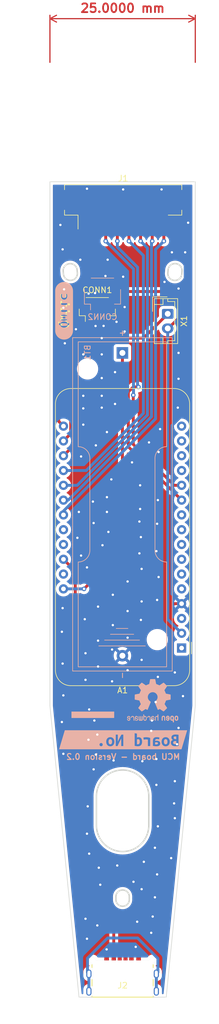
<source format=kicad_pcb>
(kicad_pcb (version 20211014) (generator pcbnew)
  (layers (0 "F.Cu" signal) (31 "B.Cu" signal) (34 "B.Paste" user) (35 "F.Paste" user) (36 "B.SilkS" user "B.Silkscreen") (37 "F.SilkS" user "F.Silkscreen") (38 "B.Mask" user) (39 "F.Mask" user) (44 "Edge.Cuts" user))
  (net 0 "")
  (net 3 "3.3V")
  (net 14 "GND")
  (net 15 "Net-(A1-Pad18)")
  (net 19 "Net-(A1-Pad17)")
  (net 20 "Net-(A1-Pad19)")
  (net 21 "Net-(A1-Pad28)")
  (net 22 "Net-(A1-Pad11)")
  (net 23 "Net-(A1-Pad12)")
  (net 24 "Net-(A1-Pad20)")
  (net 25 "Net-(A1-Pad21)")
  (net 26 "Net-(A1-Pad22)")
  (net 27 "Net-(A1-Pad23)")
  (net 28 "Net-(A1-Pad26)")
  (net 29 "Net-(J2-PadS1)")
  (footprint "Connector_JST:JST_EH_B2B-EH-A_1x02_P2.50mm_Vertical" (layer "F.Cu") (at 118.41 57.678 -90)
    (fp_text reference "X1" (at 1.25 -2.8 -270) (layer "F.SilkS"))
    (fp_text value "CON_JST_PH_2PIN_MTPH2")
    (pad "1" thru_hole roundrect (at 0 0 270) (size 1.7 2) (drill 1) (layers *.Cu *.Mask) (roundrect_rratio 0.1470588235) (net 20 "Net-(A1-Pad19)"))
    (pad "2" thru_hole oval (at 2.5 0 270) (size 1.7 2) (drill 1) (layers *.Cu *.Mask) (net 3 "3.3V"))
  )
  (footprint "Connector_JST:JST_SH_BM04B-SRSS-TB_1x04-1MP_P1.00mm_Vertical" (layer "F.Cu") (at 106.299 56.896)
    (fp_text reference "CONN1" (at 0 -3.3) (layer "F.SilkS"))
    (fp_text value "STEMMA_I2C_QT")
    (pad "1" smd roundrect (at -1.5 1.325) (size 0.6 1.55) (layers "F.Cu" "F.Paste" "F.Mask") (net 14 "GND"))
    (pad "2" smd roundrect (at -0.5 1.325) (size 0.6 1.55) (layers "F.Cu" "F.Paste" "F.Mask") (net 3 "3.3V"))
    (pad "3" smd roundrect (at 0.5 1.325) (size 0.6 1.55) (layers "F.Cu" "F.Paste" "F.Mask") (net 19 "Net-(A1-Pad17)"))
    (pad "4" smd roundrect (at 1.5 1.325) (size 0.6 1.55) (layers "F.Cu" "F.Paste" "F.Mask") (net 15 "Net-(A1-Pad18)"))
    (pad "MP" smd roundrect (at 2.8 -1.2) (size 1.2 1.8) (layers "F.Cu" "F.Paste" "F.Mask") (roundrect_rratio 0.2083333333))
    (pad "MP" smd roundrect (at -2.8 -1.2) (size 1.2 1.8) (layers "F.Cu" "F.Paste" "F.Mask") (roundrect_rratio 0.2083333333))
  )
  (footprint "Module:Adafruit_Feather" (layer "F.Cu") (at 120.7965 115.062 180)
    (fp_text reference "A1" (at 10.1525 -7.25) (layer "F.SilkS"))
    (fp_text value "Adafruit_Feather_HUZZAH32_ESP32")
    (pad "1" thru_hole rect (at 0 0) (size 1.6 1.6) (drill 0.8) (layers *.Cu *.Mask))
    (pad "2" thru_hole circle (at 0 2.54) (size 1.6 1.6) (drill 0.8) (layers *.Cu *.Mask) (net 3 "3.3V"))
    (pad "3" thru_hole circle (at 0 5.08) (size 1.6 1.6) (drill 0.8) (layers *.Cu *.Mask))
    (pad "4" thru_hole circle (at 0 7.62) (size 1.6 1.6) (drill 0.8) (layers *.Cu *.Mask) (net 14 "GND"))
    (pad "5" thru_hole circle (at 0 10.16) (size 1.6 1.6) (drill 0.8) (layers *.Cu *.Mask))
    (pad "6" thru_hole circle (at 0 12.7) (size 1.6 1.6) (drill 0.8) (layers *.Cu *.Mask))
    (pad "7" thru_hole circle (at 0 15.24) (size 1.6 1.6) (drill 0.8) (layers *.Cu *.Mask))
    (pad "8" thru_hole circle (at 0 17.78) (size 1.6 1.6) (drill 0.8) (layers *.Cu *.Mask))
    (pad "9" thru_hole circle (at 0 20.32) (size 1.6 1.6) (drill 0.8) (layers *.Cu *.Mask))
    (pad "10" thru_hole circle (at 0 22.86) (size 1.6 1.6) (drill 0.8) (layers *.Cu *.Mask))
    (pad "11" thru_hole circle (at 0 25.4) (size 1.6 1.6) (drill 0.8) (layers *.Cu *.Mask) (net 22 "Net-(A1-Pad11)"))
    (pad "12" thru_hole circle (at 0 27.94) (size 1.6 1.6) (drill 0.8) (layers *.Cu *.Mask) (net 23 "Net-(A1-Pad12)"))
    (pad "13" thru_hole circle (at 0 30.48) (size 1.6 1.6) (drill 0.8) (layers *.Cu *.Mask))
    (pad "14" thru_hole circle (at 0 33.02) (size 1.6 1.6) (drill 0.8) (layers *.Cu *.Mask))
    (pad "15" thru_hole circle (at 0 35.56) (size 1.6 1.6) (drill 0.8) (layers *.Cu *.Mask))
    (pad "16" thru_hole circle (at 0 38.1) (size 1.6 1.6) (drill 0.8) (layers *.Cu *.Mask))
    (pad "17" thru_hole circle (at 20.32 38.1) (size 1.6 1.6) (drill 0.8) (layers *.Cu *.Mask) (net 19 "Net-(A1-Pad17)"))
    (pad "18" thru_hole circle (at 20.32 35.56) (size 1.6 1.6) (drill 0.8) (layers *.Cu *.Mask) (net 15 "Net-(A1-Pad18)"))
    (pad "19" thru_hole circle (at 20.32 33.02) (size 1.6 1.6) (drill 0.8) (layers *.Cu *.Mask) (net 20 "Net-(A1-Pad19)"))
    (pad "20" thru_hole circle (at 20.32 30.48) (size 1.6 1.6) (drill 0.8) (layers *.Cu *.Mask) (net 24 "Net-(A1-Pad20)"))
    (pad "21" thru_hole circle (at 20.32 27.94) (size 1.6 1.6) (drill 0.8) (layers *.Cu *.Mask) (net 25 "Net-(A1-Pad21)"))
    (pad "22" thru_hole circle (at 20.32 25.4) (size 1.6 1.6) (drill 0.8) (layers *.Cu *.Mask) (net 26 "Net-(A1-Pad22)"))
    (pad "23" thru_hole circle (at 20.32 22.86) (size 1.6 1.6) (drill 0.8) (layers *.Cu *.Mask) (net 27 "Net-(A1-Pad23)"))
    (pad "24" thru_hole circle (at 20.32 20.32) (size 1.6 1.6) (drill 0.8) (layers *.Cu *.Mask))
    (pad "25" thru_hole circle (at 20.32 17.78) (size 1.6 1.6) (drill 0.8) (layers *.Cu *.Mask))
    (pad "26" thru_hole circle (at 20.32 15.24) (size 1.6 1.6) (drill 0.8) (layers *.Cu *.Mask) (net 28 "Net-(A1-Pad26)"))
    (pad "27" thru_hole circle (at 20.32 12.7) (size 1.6 1.6) (drill 0.8) (layers *.Cu *.Mask))
    (pad "28" thru_hole circle (at 20.32 10.16) (size 1.6 1.6) (drill 0.8) (layers *.Cu *.Mask) (net 21 "Net-(A1-Pad28)"))
  )
  (footprint "kibuzzard-63988507" (layer "F.Cu") (at 100.584 57.15 90)
    (fp_text reference "kibuzzard-63988507" hide)
    (fp_text value "G***" hide)
  )
  (footprint "USB4715-GF-A_REVA:GCT_USB4715-GF-A_REVA" (layer "F.Cu") (at 110.65 173)
    (fp_text reference "J2" (at 0 0) (layer "F.SilkS"))
    (fp_text value "USB4715-GF-A_REVA")
    (fp_line (start -4.40838 -4.3) (end 4.40838 -4.3) (layer "Edge.Cuts") (width 0.01))
    (fp_line (start 5.15 2) (end 5.15 -3.55838) (layer "Edge.Cuts") (width 0.01))
    (fp_line (start -5.15 -3.55838) (end -5.15 2) (layer "Edge.Cuts") (width 0.01))
    (fp_arc (start -5.3375 -3.83649) (mid -5.50355 -4.653551) (end -4.68649 -4.487499) (layer "Edge.Cuts") (width 0.01))
    (fp_arc (start -4.40838 -4.29999) (mid -4.576088 -4.351247) (end -4.68649 -4.4875) (layer "Edge.Cuts") (width 0.01))
    (fp_arc (start 4.68649 -4.4875) (mid 4.576085 -4.351259) (end 4.40838 -4.3) (layer "Edge.Cuts") (width 0.01))
    (fp_arc (start -5.3375 -3.83649) (mid -5.201253 -3.726086) (end -5.15 -3.55838) (layer "Edge.Cuts") (width 0.01))
    (fp_arc (start 5.14999 -3.55838) (mid 5.201248 -3.726089) (end 5.3375 -3.83649) (layer "Edge.Cuts") (width 0.01))
    (fp_arc (start 4.68649 -4.4875) (mid 5.503775 -4.653774) (end 5.337499 -3.83649) (layer "Edge.Cuts") (width 0.01))
    (pad "A5" smd rect (at -0.5 -4.825) (size 0.7 1.05) (layers "F.Cu" "F.Paste" "F.Mask"))
    (pad "A9" smd rect (at 1.52 -4.825) (size 0.76 1.05) (layers "F.Cu" "F.Paste" "F.Mask") (net 28 "Net-(A1-Pad26)"))
    (pad "A12" smd rect (at 2.75 -4.825) (size 0.8 1.05) (layers "F.Cu" "F.Paste" "F.Mask") (net 14 "GND"))
    (pad "B5" smd rect (at 0.5 -4.825) (size 0.7 1.05) (layers "F.Cu" "F.Paste" "F.Mask"))
    (pad "B9" smd rect (at -1.52 -4.825) (size 0.76 1.05) (layers "F.Cu" "F.Paste" "F.Mask") (net 28 "Net-(A1-Pad26)"))
    (pad "B12" smd rect (at -2.75 -4.825) (size 0.8 1.05) (layers "F.Cu" "F.Paste" "F.Mask") (net 14 "GND"))
    (pad "S1" thru_hole oval (at -5.8 1) (size 0.9 1.5) (drill oval 0.5 1.1) (layers *.Cu *.Mask) (net 29 "Net-(J2-PadS1)"))
    (pad "S2" thru_hole oval (at 5.8 1) (size 0.9 1.5) (drill oval 0.5 1.1) (layers *.Cu *.Mask) (net 29 "Net-(J2-PadS1)"))
    (pad "S3" thru_hole oval (at -5.8 -2) (size 0.9 1.5) (drill oval 0.5 1.1) (layers *.Cu *.Mask) (net 29 "Net-(J2-PadS1)"))
    (pad "S4" thru_hole oval (at 5.8 -2) (size 0.9 1.5) (drill oval 0.5 1.1) (layers *.Cu *.Mask) (net 29 "Net-(J2-PadS1)"))
  )
  (footprint "Connector_JST:JST_PH_B8B-PH-SM4-TB_1x08-1MP_P2.00mm_Vertical" (layer "F.Cu") (at 110.744 39.87)
    (fp_text reference "J1" (at 0 -5.45) (layer "F.SilkS"))
    (fp_text value "Conn_01x08_MountingPin")
    (pad "1" smd roundrect (at -7 0.5) (size 1 5.5) (layers "F.Cu" "F.Paste" "F.Mask") (net 3 "3.3V"))
    (pad "2" smd roundrect (at -5 0.5) (size 1 5.5) (layers "F.Cu" "F.Paste" "F.Mask") (net 14 "GND"))
    (pad "3" smd roundrect (at -3 0.5) (size 1 5.5) (layers "F.Cu" "F.Paste" "F.Mask") (net 23 "Net-(A1-Pad12)"))
    (pad "4" smd roundrect (at -1 0.5) (size 1 5.5) (layers "F.Cu" "F.Paste" "F.Mask") (net 22 "Net-(A1-Pad11)"))
    (pad "5" smd roundrect (at 1 0.5) (size 1 5.5) (layers "F.Cu" "F.Paste" "F.Mask") (net 24 "Net-(A1-Pad20)"))
    (pad "6" smd roundrect (at 3 0.5) (size 1 5.5) (layers "F.Cu" "F.Paste" "F.Mask") (net 25 "Net-(A1-Pad21)"))
    (pad "7" smd roundrect (at 5 0.5) (size 1 5.5) (layers "F.Cu" "F.Paste" "F.Mask") (net 26 "Net-(A1-Pad22)"))
    (pad "8" smd roundrect (at 7 0.5) (size 1 5.5) (layers "F.Cu" "F.Paste" "F.Mask") (net 27 "Net-(A1-Pad23)"))
    (pad "MP" smd roundrect (at -9.4 -1.75) (size 1.6 3) (layers "F.Cu" "F.Paste" "F.Mask") (roundrect_rratio 0.15625) (net 14 "GND"))
    (pad "MP" smd roundrect (at 9.4 -1.75) (size 1.6 3) (layers "F.Cu" "F.Paste" "F.Mask") (roundrect_rratio 0.15625) (net 14 "GND"))
  )
  (footprint "kibuzzard-639881D9" (layer "B.Cu") (at 110.744 130.81 180)
    (fp_text reference "kibuzzard-639881D9" hide)
    (fp_text value "G***" hide)
  )
  (footprint "Symbol:OSHW-Logo2_9.8x8mm_SilkScreen" (layer "B.Cu") (at 115.824 124.107247 180)
    (fp_text reference "OSH logo" hide)
    (fp_text value "OSHW-Logo2_9.8x8mm_SilkScreen" hide)
  )
  (footprint "Connector_JST:JST_SH_SM04B-SRSS-TB_1x04-1MP_P1.00mm_Horizontal" (layer "B.Cu") (at 107.188 54.229)
    (fp_text reference "CONN2" (at 0 3.98) (layer "B.SilkS") (effects (justify mirror)))
    (fp_text value "STEMMA_I2C_QT")
    (pad "1" smd roundrect (at -1.5 2) (size 0.6 1.55) (layers "B.Cu" "B.Paste" "B.Mask") (net 14 "GND"))
    (pad "2" smd roundrect (at -0.5 2) (size 0.6 1.55) (layers "B.Cu" "B.Paste" "B.Mask") (net 3 "3.3V"))
    (pad "3" smd roundrect (at 0.5 2) (size 0.6 1.55) (layers "B.Cu" "B.Paste" "B.Mask") (net 19 "Net-(A1-Pad17)"))
    (pad "4" smd roundrect (at 1.5 2) (size 0.6 1.55) (layers "B.Cu" "B.Paste" "B.Mask") (net 15 "Net-(A1-Pad18)"))
    (pad "MP" smd roundrect (at -2.8 -1.875) (size 1.2 1.8) (layers "B.Cu" "B.Paste" "B.Mask") (roundrect_rratio 0.208333))
    (pad "MP" smd roundrect (at 2.8 -1.875) (size 1.2 1.8) (layers "B.Cu" "B.Paste" "B.Mask") (roundrect_rratio 0.208333))
  )
  (footprint "Symbol:PlasticScannerLogo" (layer "B.Cu") (at 105.537 124.206 180)
    (fp_text reference "PlasticScannerLogo" hide)
    (fp_text value "PlasticScannerLogo" hide)
    (fp_poly (pts (xy 3.44072 3.035165) (xy 3.446473 3.003007) (xy 3.454195 2.949079) (xy 3.463917 2.873109) (xy 3.475671 2.774825) (xy 3.48949 2.653953) (xy 3.505404 2.510223) (xy 3.523447 2.343361) (xy 3.54365 2.153096) (xy 3.560383 1.993489) (xy 3.576657 1.837264) (xy 3.592155 1.687995) (xy 3.606702 1.547388) (xy 3.620123 1.417146) (xy 3.632246 1.298976) (xy 3.642896 1.194581) (xy 3.6519 1.105667) (xy 3.659082 1.033939) (xy 3.66427 0.981102) (xy 3.667288 0.94886) (xy 3.668004 0.938856) (xy 3.657559 0.944153) (xy 3.629043 0.960255) (xy 3.584987 0.98569) (xy 3.527922 1.018985) (xy 3.460381 1.058665) (xy 3.384894 1.103259) (xy 3.354327 1.12138) (xy 3.275911 1.16769) (xy 3.203931 1.209778) (xy 3.141025 1.246135) (xy 3.089828 1.275253) (xy 3.052979 1.295622) (xy 3.033113 1.305735) (xy 3.030613 1.306575) (xy 3.019274 1.296967) (xy 3.000912 1.27134) (xy 2.979342 1.23507) (xy 2.977653 1.231983) (xy 2.912528 1.11484) (xy 2.836405 0.982532) (xy 2.750945 0.837671) (xy 2.657808 0.682867) (xy 2.558653 0.520732) (xy 2.45514 0.353875) (xy 2.348929 0.184908) (xy 2.241681 0.016442) (xy 2.135054 -0.148913) (xy 2.030709 -0.308546) (xy 1.930305 -0.459846) (xy 1.835502 -0.600202) (xy 1.747961 -0.727004) (xy 1.669341 -0.837641) (xy 1.614803 -0.911667) (xy 1.473197 -1.088396) (xy 1.331118 -1.242082) (xy 1.187149 -1.373644) (xy 1.039873 -1.484006) (xy 0.887872 -1.574089) (xy 0.729729 -1.644815) (xy 0.564026 -1.697105) (xy 0.389348 -1.731882) (xy 0.344535 -1.737896) (xy 0.274607 -1.743965) (xy 0.188213 -1.747714) (xy 0.092758 -1.749143) (xy -0.004349 -1.74825) (xy -0.095705 -1.745037) (xy -0.173901 -1.739502) (xy -0.189129 -1.737914) (xy -0.40661 -1.703635) (xy -0.609669 -1.650881) (xy -0.800171 -1.578785) (xy -0.979985 -1.486476) (xy -1.150976 -1.373086) (xy -1.315013 -1.237745) (xy -1.366065 -1.189923) (xy -1.439545 -1.117014) (xy -1.508064 -1.044232) (xy -1.57432 -0.968204) (xy -1.641011 -0.885561) (xy -1.710835 -0.79293) (xy -1.78649 -0.68694) (xy -1.870675 -0.56422) (xy -1.891103 -0.533905) (xy -2.019574 -0.340486) (xy -2.149048 -0.140953) (xy -2.281084 0.067209) (xy -2.417243 0.286515) (xy -2.559083 0.51948) (xy -2.708164 0.768619) (xy -2.866044 1.036447) (xy -2.88748 1.073083) (xy -2.929442 1.145111) (xy -2.978408 1.229594) (xy -3.033011 1.324138) (xy -3.091884 1.42635) (xy -3.153658 1.533838) (xy -3.216965 1.644208) (xy -3.280439 1.755068) (xy -3.342711 1.864025) (xy -3.402413 1.968685) (xy -3.458178 2.066657) (xy -3.508638 2.155547) (xy -3.552425 2.232962) (xy -3.588172 2.296509) (xy -3.61451 2.343796) (xy -3.628888 2.370187) (xy -3.631328 2.376793) (xy -3.630391 2.383982) (xy -3.624351 2.39288) (xy -3.61148 2.404619) (xy -3.590054 2.420326) (xy -3.558345 2.44113) (xy -3.514627 2.468161) (xy -3.457174 2.502547) (xy -3.384259 2.545417) (xy -3.294157 2.5979) (xy -3.18514 2.661126) (xy -3.175 2.667) (xy -3.078378 2.72286) (xy -2.988098 2.774835) (xy -2.90628 2.82172) (xy -2.835044 2.862311) (xy -2.776511 2.895402) (xy -2.732799 2.91979) (xy -2.70603 2.934268) (xy -2.69826 2.937908) (xy -2.689998 2.92799) (xy -2.671371 2.900039) (xy -2.64406 2.856762) (xy -2.609749 2.800865) (xy -2.570119 2.735056) (xy -2.528644 2.66508) (xy -2.46568 2.558693) (xy -2.393924 2.438561) (xy -2.314515 2.306525) (xy -2.228588 2.164424) (xy -2.137283 2.014101) (xy -2.041736 1.857395) (xy -1.943085 1.696149) (xy -1.842467 1.532201) (xy -1.74102 1.367394) (xy -1.639881 1.203568) (xy -1.540188 1.042563) (xy -1.443078 0.886221) (xy -1.349688 0.736383) (xy -1.261157 0.594889) (xy -1.178621 0.46358) (xy -1.103218 0.344296) (xy -1.036085 0.238879) (xy -0.978361 0.149169) (xy -0.931182 0.077008) (xy -0.90762 0.041733) (xy -0.801064 -0.109279) (xy -0.699772 -0.238758) (xy -0.602226 -0.348176) (xy -0.506908 -0.439007) (xy -0.4123 -0.512723) (xy -0.316884 -0.570796) (xy -0.238788 -0.607048) (xy -0.126767 -0.641935) (xy -0.015728 -0.655354) (xy 0.094937 -0.647025) (xy 0.205838 -0.616668) (xy 0.317581 -0.564001) (xy 0.430778 -0.488745) (xy 0.546035 -0.39062) (xy 0.663963 -0.269346) (xy 0.771433 -0.141996) (xy 0.816669 -0.082703) (xy 0.872493 -0.005335) (xy 0.93721 0.08758) (xy 1.009129 0.193512) (xy 1.086556 0.309934) (xy 1.167798 0.434318) (xy 1.251163 0.564135) (xy 1.334957 0.696857) (xy 1.360195 0.737295) (xy 1.407635 0.813941) (xy 1.460406 0.899943) (xy 1.517219 0.99314) (xy 1.576786 1.091371) (xy 1.637817 1.192476) (xy 1.699025 1.294294) (xy 1.759121 1.394665) (xy 1.816816 1.491429) (xy 1.870821 1.582424) (xy 1.919847 1.665492) (xy 1.962607 1.73847) (xy 1.99781 1.7992) (xy 2.02417 1.845519) (xy 2.040396 1.875269) (xy 2.045231 1.885754) (xy 2.035899 1.894332) (xy 2.008421 1.913471) (xy 1.96532 1.941563) (xy 1.909119 1.977002) (xy 1.842341 2.018182) (xy 1.76751 2.063497) (xy 1.742739 2.078331) (xy 1.665843 2.124635) (xy 1.596151 2.16732) (xy 1.536199 2.204779) (xy 1.488521 2.235399) (xy 1.455651 2.257572) (xy 1.440122 2.269687) (xy 1.439227 2.271154) (xy 1.450261 2.276713) (xy 1.481758 2.290091) (xy 1.531779 2.310535) (xy 1.598387 2.337295) (xy 1.679641 2.369618) (xy 1.773605 2.406753) (xy 1.878339 2.447948) (xy 1.991904 2.492452) (xy 2.112363 2.539512) (xy 2.237777 2.588376) (xy 2.366207 2.638294) (xy 2.495714 2.688513) (xy 2.624361 2.738282) (xy 2.750208 2.786849) (xy 2.871318 2.833462) (xy 2.985751 2.877369) (xy 3.09157 2.917819) (xy 3.186835 2.95406) (xy 3.269608 2.985341) (xy 3.337951 3.010909) (xy 3.389925 3.030012) (xy 3.423591 3.0419) (xy 3.436903 3.045826)) (layer "B.Cu") (width 0) (fill solid))
  )
  (footprint "kibuzzard-63988507" (layer "B.Cu") (at 100.584 57.15 90)
    (fp_text reference "kibuzzard-63988507" hide)
    (fp_text value "G***" hide)
  )
  (footprint "Battery:BatteryHolder_Keystone_2460_1xAA" (layer "B.Cu") (at 110.617 64.389 -90)
    (fp_text reference "BT1" (at -0.05 6 90) (layer "B.SilkS") (effects (justify mirror)))
    (fp_text value "Battery")
    (fp_text user "+" (at -3.4 0.06 90) (layer "B.SilkS") (effects (justify mirror)))
    (fp_text user "-" (at 55.37 0.06 90) (layer "B.SilkS") (effects (justify mirror)))
    (pad "" np_thru_hole circle (at 2.75 5.995 180) (size 2.64 2.64) (drill 2.64) (layers *.Cu *.Mask))
    (pad "" np_thru_hole circle (at 49.23 -5.995 270) (size 2.64 2.64) (drill 2.64) (layers *.Cu *.Mask))
    (pad "1" thru_hole rect (at 0 0 90) (size 2 2) (drill 1.02) (layers *.Cu *.Mask) (net 21 "Net-(A1-Pad28)"))
    (pad "2" thru_hole circle (at 51.99 0 90) (size 2 2) (drill 1.02) (layers *.Cu *.Mask) (net 14 "GND"))
  )
  (gr_line (start 118.475041 50.150757) (end 118.433326 50.649014) (layer "Edge.Cuts") (width 0.25))
  (gr_line (start 115.15 140.5) (end 115.15 145.5) (layer "Edge.Cuts") (width 0.25))
  (gr_line (start 120.866674 50.350986) (end 120.824959 50.849243) (layer "Edge.Cuts") (width 0.25))
  (gr_line (start 115.8 175) (end 118.15 175) (layer "Edge.Cuts") (width 0.1))
  (gr_line (start 103.15 175) (end 98.15 125) (layer "Edge.Cuts") (width 0.1))
  (gr_arc (start 111.8 158.25) (mid 110.65 159.4) (end 109.5 158.25) (layer "Edge.Cuts") (width 0.25))
  (gr_line (start 123.15 125) (end 123.15 35) (layer "Edge.Cuts") (width 0.1))
  (gr_line (start 106.15 140.5) (end 106.15 145.5) (layer "Edge.Cuts") (width 0.25))
  (gr_line (start 98.15 125) (end 98.15 35) (layer "Edge.Cuts") (width 0.1))
  (gr_arc (start 115.15 145.5) (mid 110.65 150) (end 106.15 145.5) (layer "Edge.Cuts") (width 0.25))
  (gr_arc (start 100.433326 50.350986) (mid 101.529026 49.055056) (end 102.824959 50.150757) (layer "Edge.Cuts") (width 0.25))
  (gr_line (start 102.824959 50.150757) (end 102.866674 50.649014) (layer "Edge.Cuts") (width 0.25))
  (gr_arc (start 102.866674 50.649014) (mid 101.770974 51.944944) (end 100.475041 50.849243) (layer "Edge.Cuts") (width 0.25))
  (gr_line (start 105.5 175) (end 103.15 175) (layer "Edge.Cuts") (width 0.1))
  (gr_line (start 123.15 125) (end 118.15 175) (layer "Edge.Cuts") (width 0.1))
  (gr_arc (start 109.5 157.75) (mid 110.65 156.6) (end 111.8 157.75) (layer "Edge.Cuts") (width 0.25))
  (gr_line (start 109.5 157.75) (end 109.5 158.25) (layer "Edge.Cuts") (width 0.25))
  (gr_arc (start 106.15 140.5) (mid 110.65 136) (end 115.15 140.5) (layer "Edge.Cuts") (width 0.25))
  (gr_line (start 100.433326 50.350986) (end 100.475041 50.849243) (layer "Edge.Cuts") (width 0.25))
  (gr_line (start 123.15 35) (end 98.15 35) (layer "Edge.Cuts") (width 0.1))
  (gr_line (start 111.8 157.75) (end 111.8 158.25) (layer "Edge.Cuts") (width 0.25))
  (gr_arc (start 118.475041 50.150757) (mid 119.770975 49.055051) (end 120.866674 50.350986) (layer "Edge.Cuts") (width 0.25))
  (gr_arc (start 120.824959 50.849243) (mid 119.529025 51.944949) (end 118.433326 50.649014) (layer "Edge.Cuts") (width 0.25))
  (gr_text "MCU board - Version 0.2" (at 110.744 133.731) (layer "B.SilkS") (effects (font (size 1 1) (thickness 0.2)) (justify mirror)))
  (dimension (type aligned) (layer "F.Cu") (pts (xy 123.15 15) (xy 98.15 15)) (height 7.999999) (gr_text "25.0000 mm" (at 110.65 5.200001) (layer "F.Cu") (effects (font (size 1.5 1.5) (thickness 0.3)))) (format (units 3) (units_format 1) (precision 4)) (style (thickness 0.2) (arrow_length 1.27) (text_position_mode 0) (extension_height 0.58642) (extension_offset 0.5) keep_text_aligned))
  (segment (start 105.799 56.126) (end 108.077 53.848) (width 0.5) (layer "F.Cu") (net 3))
  (segment (start 105.799 54.221) (end 105.907688 54.112312) (width 0.5) (layer "F.Cu") (net 3))
  (segment (start 103.744 40.37) (end 103.744 45.832) (width 0.5) (layer "F.Cu") (net 3))
  (segment (start 105.820188 47.908188) (end 105.820188 54.024812) (width 0.5) (layer "F.Cu") (net 3))
  (segment (start 120.269 58.42) (end 118.511 60.178) (width 0.5) (layer "F.Cu") (net 3))
  (segment (start 108.077 53.848) (end 118.364 53.848) (width 0.5) (layer "F.Cu") (net 3))
  (segment (start 118.511 60.178) (end 118.41 60.178) (width 0.5) (layer "F.Cu") (net 3))
  (segment (start 105.799 58.221) (end 105.799 56.126) (width 0.5) (layer "F.Cu") (net 3))
  (segment (start 120.269 55.753) (end 120.269 58.42) (width 0.5) (layer "F.Cu") (net 3))
  (segment (start 103.744 45.832) (end 105.820188 47.908188) (width 0.5) (layer "F.Cu") (net 3))
  (segment (start 118.364 53.848) (end 120.269 55.753) (width 0.5) (layer "F.Cu") (net 3))
  (segment (start 105.820188 54.024812) (end 105.907688 54.112312) (width 0.5) (layer "F.Cu") (net 3))
  (segment (start 105.799 58.221) (end 105.799 54.221) (width 0.5) (layer "F.Cu") (net 3))
  (via (at 105.907688 54.112312) (size 0.8) (drill 0.4) (layers "F.Cu" "B.Cu") (net 3))
  (segment (start 106.688 54.892624) (end 105.907688 54.112312) (width 0.5) (layer "B.Cu") (net 3))
  (segment (start 118.41 60.178) (end 118.41 110.1355) (width 0.5) (layer "B.Cu") (net 3))
  (segment (start 106.688 56.229) (end 106.688 54.892624) (width 0.5) (layer "B.Cu") (net 3))
  (segment (start 118.41 110.1355) (end 120.7965 112.522) (width 0.5) (layer "B.Cu") (net 3))
  (segment (start 104.799 58.221) (end 104.799 54.205) (width 0.5) (layer "F.Cu") (net 14))
  (segment (start 113.4 168.175) (end 113.4 166.867) (width 0.5) (layer "F.Cu") (net 14))
  (segment (start 105.744 38.63073) (end 107.20425 37.17048) (width 0.5) (layer "F.Cu") (net 14))
  (segment (start 107.9 168.175) (end 107.9 166.801) (width 0.5) (layer "F.Cu") (net 14))
  (segment (start 101.344 38.12) (end 102.29352 37.17048) (width 0.5) (layer "F.Cu") (net 14))
  (segment (start 119.554 107.442) (end 120.7965 107.442) (width 0.5) (layer "F.Cu") (net 14))
  (segment (start 104.28375 37.17048) (end 105.744 38.63073) (width 0.5) (layer "F.Cu") (net 14))
  (segment (start 107.20425 37.17048) (end 119.19448 37.17048) (width 0.5) (layer "F.Cu") (net 14))
  (segment (start 102.29352 37.17048) (end 104.28375 37.17048) (width 0.5) (layer "F.Cu") (net 14))
  (segment (start 101.344 44.956) (end 101.344 38.12) (width 0.5) (layer "F.Cu") (net 14))
  (segment (start 117.987612 163.587388) (end 117.987612 123.749612) (width 0.5) (layer "F.Cu") (net 14))
  (segment (start 117.987612 123.749612) (end 110.617 116.379) (width 0.5) (layer "F.Cu") (net 14))
  (segment (start 113.4 166.867) (end 112.903 166.37) (width 0.5) (layer "F.Cu") (net 14))
  (segment (start 104.799 54.205) (end 104.799 48.411) (width 0.5) (layer "F.Cu") (net 14))
  (segment (start 120.144 38.12) (end 120.144 45.849) (width 0.5) (layer "F.Cu") (net 14))
  (segment (start 105.744 40.37) (end 105.744 38.63073) (width 0.5) (layer "F.Cu") (net 14))
  (segment (start 110.617 116.379) (end 119.554 107.442) (width 0.5) (layer "F.Cu") (net 14))
  (segment (start 107.9 166.801) (end 107.95 166.751) (width 0.5) (layer "F.Cu") (net 14))
  (segment (start 120.144 45.849) (end 121.412 47.117) (width 0.5) (layer "F.Cu") (net 14))
  (segment (start 113.4 168.175) (end 117.987612 163.587388) (width 0.5) (layer "F.Cu") (net 14))
  (segment (start 119.19448 37.17048) (end 120.144 38.12) (width 0.5) (layer "F.Cu") (net 14))
  (segment (start 104.799 48.411) (end 101.344 44.956) (width 0.5) (layer "F.Cu") (net 14))
  (via (at 106.045 133.35) (size 0.8) (drill 0.4) (layers "F.Cu" "B.Cu") (net 14))
  (via (at 109.728 152.4) (size 0.8) (drill 0.4) (layers "F.Cu" "B.Cu") (net 14))
  (via (at 117.856 52.197) (size 0.8) (drill 0.4) (layers "F.Cu" "B.Cu") (net 14))
  (via (at 110.998 60.706) (size 0.8) (drill 0.4) (layers "F.Cu" "B.Cu") (net 14))
  (via (at 106.426 118.237) (size 0.8) (drill 0.4) (layers "F.Cu" "B.Cu") (net 14))
  (via (at 110.998 56.515) (size 0.8) (drill 0.4) (layers "F.Cu" "B.Cu") (net 14))
  (via (at 104.799 54.205) (size 0.8) (drill 0.4) (layers "F.Cu" "B.Cu") (net 14))
  (via (at 116.586 93.726) (size 0.8) (drill 0.4) (layers "F.Cu" "B.Cu") (net 14))
  (via (at 120.269 128.778) (size 0.8) (drill 0.4) (layers "F.Cu" "B.Cu") (net 14))
  (via (at 116.586 153.924) (size 0.8) (drill 0.4) (layers "F.Cu" "B.Cu") (net 14))
  (via (at 107.061 71.755) (size 0.8) (drill 0.4) (layers "F.Cu" "B.Cu") (net 14))
  (via (at 116.713 120.015) (size 0.8) (drill 0.4) (layers "F.Cu" "B.Cu") (net 14))
  (via (at 113.919 101.473) (size 0.8) (drill 0.4) (layers "F.Cu" "B.Cu") (net 14))
  (via (at 113.665 91.186) (size 0.8) (drill 0.4) (layers "F.Cu" "B.Cu") (net 14))
  (via (at 104.902 125.603) (size 0.8) (drill 0.4) (layers "F.Cu" "B.Cu") (net 14))
  (via (at 121.031 123.317) (size 0.8) (drill 0.4) (layers "F.Cu" "B.Cu") (net 14))
  (via (at 108.839 120.777) (size 0.8) (drill 0.4) (layers "F.Cu" "B.Cu") (net 14))
  (via (at 107.9 166.801) (size 0.8) (drill 0.4) (layers "F.Cu" "B.Cu") (net 14))
  (via (at 100.203 127.762) (size 0.8) (drill 0.4) (layers "F.Cu" "B.Cu") (net 14))
  (via (at 120.142 73.787) (size 0.8) (drill 0.4) (layers "F.Cu" "B.Cu") (net 14))
  (via (at 103.886 71.755) (size 0.8) (drill 0.4) (layers "F.Cu" "B.Cu") (net 14))
  (via (at 116.459 98.425) (size 0.8) (drill 0.4) (layers "F.Cu" "B.Cu") (net 14))
  (via (at 115.697 127.508) (size 0.8) (drill 0.4) (layers "F.Cu" "B.Cu") (net 14))
  (via (at 116.205 149.352) (size 0.8) (drill 0.4) (layers "F.Cu" "B.Cu") (net 14))
  (via (at 116.459 134.112) (size 0.8) (drill 0.4) (layers "F.Cu" "B.Cu") (net 14))
  (via (at 112.268 83.185) (size 0.8) (drill 0.4) (layers "F.Cu" "B.Cu") (net 14))
  (via (at 119.634 137.922) (size 0.8) (drill 0.4) (layers "F.Cu" "B.Cu") (net 14))
  (via (at 104.521 164.973) (size 0.8) (drill 0.4) (layers "F.Cu" "B.Cu") (net 14))
  (via (at 100.33 108.204) (size 0.8) (drill 0.4) (layers "F.Cu" "B.Cu") (net 14))
  (via (at 109.347 73.152) (size 0.8) (drill 0.4) (layers "F.Cu" "B.Cu") (net 14))
  (via (at 107.061 61.849) (size 0.8) (drill 0.4) (layers "F.Cu" "B.Cu") (net 14))
  (via (at 116.84 81.407) (size 0.8) (drill 0.4) (layers "F.Cu" "B.Cu") (net 14))
  (via (at 113.919 117.094) (size 0.8) (drill 0.4) (layers "F.Cu" "B.Cu") (net 14))
  (via (at 104.902 150.368) (size 0.8) (drill 0.4) (layers "F.Cu" "B.Cu") (net 14))
  (via (at 100.457 133.223) (size 0.8) (drill 0.4) (layers "F.Cu" "B.Cu") (net 14))
  (via (at 112.522 155.194) (size 0.8) (drill 0.4) (layers "F.Cu" "B.Cu") (net 14))
  (via (at 117.348 36.322) (size 0.8) (drill 0.4) (layers "F.Cu" "B.Cu") (net 14))
  (via (at 113.792 110.236) (size 0.8) (drill 0.4) (layers "F.Cu" "B.Cu") (net 14))
  (via (at 118.999 151.13) (size 0.8) (drill 0.4) (layers "F.Cu" "B.Cu") (net 14))
  (via (at 102.87 96.139) (size 0.8) (drill 0.4) (layers "F.Cu" "B.Cu") (net 14))
  (via (at 100.457 56.642) (size 0.8) (drill 0.4) (layers "F.Cu" "B.Cu") (net 14))
  (via (at 103.378 48.387) (size 0.8) (drill 0.4) (layers "F.Cu" "B.Cu") (net 14))
  (via (at 105.664 135.89) (size 0.8) (drill 0.4) (layers "F.Cu" "B.Cu") (net 14))
  (via (at 120.269 64.389) (size 0.8) (drill 0.4) (layers "F.Cu" "B.Cu") (net 14))
  (via (at 100.33 46.609) (size 0.8) (drill 0.4) (layers "F.Cu" "B.Cu") (net 14))
  (via (at 107.95 77.978) (size 0.8) (drill 0.4) (layers "F.Cu" "B.Cu") (net 14))
  (via (at 120.269 53.34) (size 0.8) (drill 0.4) (layers "F.Cu" "B.Cu") (net 14))
  (via (at 110.744 36.322) (size 0.8) (drill 0.4) (layers "F.Cu" "B.Cu") (net 14))
  (via (at 113.919 156.464) (size 0.8) (drill 0.4) (layers "F.Cu" "B.Cu") (net 14))
  (via (at 107.95 91.694) (size 0.8) (drill 0.4) (layers "F.Cu" "B.Cu") (net 14))
  (via (at 111.506 103.632) (size 0.8) (drill 0.4) (layers "F.Cu" "B.Cu") (net 14))
  (via (at 104.521 101.219) (size 0.8) (drill 0.4) (layers "F.Cu" "B.Cu") (net 14))
  (via (at 116.84 102.87) (size 0.8) (drill 0.4) (layers "F.Cu" "B.Cu") (net 14))
  (via (at 100.33 117.729) (size 0.8) (drill 0.4) (layers "F.Cu" "B.Cu") (net 14))
  (via (at 104.521 36.195) (size 0.8) (drill 0.4) (layers "F.Cu" "B.Cu") (net 14))
  (via (at 108.712 86.106) (size 0.8) (drill 0.4) (layers "F.Cu" "B.Cu") (net 14))
  (via (at 107.188 97.409) (size 0.8) (drill 0.4) (layers "F.Cu" "B.Cu") (net 14))
  (via (at 114.046 134.493) (size 0.8) (drill 0.4) (layers "F.Cu" "B.Cu") (net 14))
  (via (at 113.538 93.345) (size 0.8) (drill 0.4) (layers "F.Cu" "B.Cu") (net 14))
  (via (at 107.061 64.643) (size 0.8) (drill 0.4) (layers "F.Cu" "B.Cu") (net 14))
  (via (at 114.3 151.765) (size 0.8) (drill 0.4) (layers "F.Cu" "B.Cu") (net 14))
  (via (at 103.505 99.187) (size 0.8) (drill 0.4) (layers "F.Cu" "B.Cu") (net 14))
  (via (at 105.537 89.916) (size 0.8) (drill 0.4) (layers "F.Cu" "B.Cu") (net 14))
  (via (at 107.95 89.154) (size 0.8) (drill 0.4) (layers "F.Cu" "B.Cu") (net 14))
  (via (at 100.203 112.268) (size 0.8) (drill 0.4) (layers "F.Cu" "B.Cu") (net 14))
  (via (at 120.269 68.834) (size 0.8) (drill 0.4) (layers "F.Cu" "B.Cu") (net 14))
  (via (at 106.426 107.95) (size 0.8) (drill 0.4) (layers "F.Cu" "B.Cu") (net 14))
  (via (at 113.538 98.806) (size 0.8) (drill 0.4) (layers "F.Cu" "B.Cu") (net 14))
  (via (at 100.584 53.467) (size 0.8) (drill 0.4) (layers "F.Cu" "B.Cu") (net 14))
  (via (at 119.126 47.117) (size 0.8) (drill 0.4) (layers "F.Cu" "B.Cu") (net 14))
  (via (at 117.094 77.47) (size 0.8) (drill 0.4) (layers "F.Cu" "B.Cu") (net 14))
  (via (at 116.586 106.807) (size 0.8) (drill 0.4) (layers "F.Cu" "B.Cu") (net 14))
  (via (at 115.57 163.957) (size 0.8) (drill 0.4) (layers "F.Cu" "B.Cu") (net 14))
  (via (at 113.792 96.012) (size 0.8) (drill 0.4) (layers "F.Cu" "B.Cu") (net 14))
  (via (at 109.347 67.691) (size 0.8) (drill 0.4) (layers "F.Cu" "B.Cu") (net 14))
  (via (at 105.664 93.599) (size 0.8) (drill 0.4) (layers "F.Cu" "B.Cu") (net 14))
  (via (at 104.648 142.24) (size 0.8) (drill 0.4) (layers "F.Cu" "B.Cu") (net 14))
  (via (at 108.966 105.918) (size 0.8) (drill 0.4) (layers "F.Cu" "B.Cu") (net 14))
  (via (at 106.045 80.264) (size 0.8) (drill 0.4) (layers "F.Cu" "B.Cu") (net 14))
  (via (at 116.459 138.557) (size 0.8) (drill 0.4) (layers "F.Cu" "B.Cu") (net 14))
  (via (at 119.634 144.272) (size 0.8) (drill 0.4) (layers "F.Cu" "B.Cu") (net 14))
  (via (at 103.886 64.643) (size 0.8) (drill 0.4) (layers "F.Cu" "B.Cu") (net 14))
  (via (at 112.903 166.37) (size 0.8) (drill 0.4) (layers "F.Cu" "B.Cu") (net 14))
  (via (at 120.015 131.572) (size 0.8) (drill 0.4) (layers "F.Cu" "B.Cu") (net 14))
  (via (at 113.665 87.122) (size 0.8) (drill 0.4) (layers "F.Cu" "B.Cu") (net 14))
  (via (at 102.616 60.325) (size 0.8) (drill 0.4) (layers "F.Cu" "B.Cu") (net 14))
  (via (at 100.711 62.738) (size 0.8) (drill 0.4) (layers "F.Cu" "B.Cu") (net 14))
  (via (at 108.839 115.316) (size 0.8) (drill 0.4) (layers "F.Cu" "B.Cu") (net 14))
  (via (at 106.807 155.702) (size 0.8) (drill 0.4) (layers "F.Cu" "B.Cu") (net 14))
  (via (at 106.299 129.921) (size 0.8) (drill 0.4) (layers "F.Cu" "B.Cu") (net 14))
  (via (at 104.14 110.109) (size 0.8) (drill 0.4) (layers "F.Cu" "B.Cu") (net 14))
  (via (at 105.791 127.508) (size 0.8) (drill 0.4) (layers "F.Cu" "B.Cu") (net 14))
  (via (at 111.506 113.284) (size 0.8) (drill 0.4) (layers "F.Cu" "B.Cu") (net 14))
  (via (at 103.886 73.914) (size 0.8) (drill 0.4) (layers "F.Cu" "B.Cu") (net 14))
  (via (at 104.267 115.951) (size 0.8) (drill 0.4) (layers "F.Cu" "B.Cu") (net 14))
  (via (at 109.093 134.366) (size 0.8) (drill 0.4) (layers "F.Cu" "B.Cu") (net 14))
  (via (at 119.507 141.732) (size 0.8) (drill 0.4) (layers "F.Cu" "B.Cu") (net 14))
  (via (at 116.205 157.861) (size 0.8) (drill 0.4) (layers "F.Cu" "B.Cu") (net 14))
  (via (at 104.775 130.81) (size 0.8) (drill 0.4) (layers "F.Cu" "B.Cu") (net 14))
  (via (at 121.412 47.117) (size 0.8) (drill 0.4) (layers "F.Cu" "B.Cu") (net 14))
  (via (at 115.824 161.163) (size 0.8) (drill 0.4) (layers "F.Cu" "B.Cu") (net 14))
  (via (at 106.553 152.781) (size 0.8) (drill 0.4) (layers "F.Cu" "B.Cu") (net 14))
  (via (at 99.949 42.418) (size 0.8) (drill 0.4) (layers "F.Cu" "B.Cu") (net 14))
  (via (at 119.634 119.253) (size 0.8) (drill 0.4) (layers "F.Cu" "B.Cu") (net 14))
  (via (at 116.713 89.662) (size 0.8) (drill 0.4) (layers "F.Cu" "B.Cu") (net 14))
  (via (at 110.744 51.308) (size 0.8) (drill 0.4) (layers "F.Cu" "B.Cu") (net 14))
  (via (at 104.521 146.939) (size 0.8) (drill 0.4) (layers "F.Cu" "B.Cu") (net 14))
  (via (at 108.077 48.387) (size 0.8) (drill 0.4) (layers "F.Cu" "B.Cu") (net 14))
  (via (at 106.299 162.687) (size 0.8) (drill 0.4) (layers "F.Cu" "B.Cu") (net 14))
  (via (at 115.189 79.756) (size 0.8) (drill 0.4) (layers "F.Cu" "B.Cu") (net 14))
  (via (at 107.061 73.787) (size 0.8) (drill 0.4) (layers "F.Cu" "B.Cu") (net 14))
  (via (at 103.505 82.169) (size 0.8) (drill 0.4) (layers "F.Cu" "B.Cu") (net 14))
  (via (at 108.966 111.125) (size 0.8) (drill 0.4) (layers "F.Cu" "B.Cu") (net 14))
  (via (at 107.696 51.181) (size 0.8) (drill 0.4) (layers "F.Cu" "B.Cu") (net 14))
  (via (at 115.57 129.286) (size 0.8) (drill 0.4) (layers "F.Cu" "B.Cu") (net 14))
  (via (at 103.124 91.694) (size 0.8) (drill 0.4) (layers "F.Cu" "B.Cu") (net 14))
  (via (at 106.426 113.792) (size 0.8) (drill 0.4) (layers "F.Cu" "B.Cu") (net 14))
  (via (at 113.919 107.061) (size 0.8) (drill 0.4) (layers "F.Cu" "B.Cu") (net 14))
  (via (at 111.506 118.872) (size 0.8) (drill 0.4) (layers "F.Cu" "B.Cu") (net 14))
  (via (at 116.332 124.333) (size 0.8) (drill 0.4) (layers "F.Cu" "B.Cu") (net 14))
  (via (at 107.061 68.707) (size 0.8) (drill 0.4) (layers "F.Cu" "B.Cu") (net 14))
  (via (at 104.267 161.544) (size 0.8) (drill 0.4) (layers "F.Cu" "B.Cu") (net 14))
  (via (at 103.886 76.708) (size 0.8) (drill 0.4) (layers "F.Cu" "B.Cu") (net 14))
  (via (at 116.713 145.669) (size 0.8) (drill 0.4) (layers "F.Cu" "B.Cu") (net 14))
  (via (at 113.157 162.052) (size 0.8) (drill 0.4) (layers "F.Cu" "B.Cu") (net 14))
  (via (at 108.204 95.123) (size 0.8) (drill 0.4) (layers "F.Cu" "B.Cu") (net 14))
  (via (at 121.92 42.037) (size 0.8) (drill 0.4) (layers "F.Cu" "B.Cu") (net 14))
  (via (at 100.457 123.19) (size 0.8) (drill 0.4) (layers "F.Cu" "B.Cu") (net 14))
  (via (at 109.601 59.055) (size 0.8) (drill 0.4) (layers "F.Cu" "B.Cu") (net 14))
  (via (at 111.506 108.712) (size 0.8) (drill 0.4) (layers "F.Cu" "B.Cu") (net 14))
  (via (at 104.267 120.523) (size 0.8) (drill 0.4) (layers "F.Cu" "B.Cu") (net 14))
  (segment (start 121.412 74.579424) (end 119.126 76.865424) (width 0.5) (layer "B.Cu") (net 14))
  (segment (start 107.9 166.801) (end 108.839 165.862) (width 0.5) (layer "B.Cu") (net 14))
  (segment (start 119.126 76.865424) (end 119.126 105.7715) (width 0.5) (layer "B.Cu") (net 14))
  (segment (start 105.688 55.094) (end 104.799 54.205) (width 0.5) (layer "B.Cu") (net 14))
  (segment (start 112.395 165.862) (end 112.903 166.37) (width 0.5) (layer "B.Cu") (net 14))
  (segment (start 105.688 56.229) (end 105.688 55.094) (width 0.5) (layer "B.Cu") (net 14))
  (segment (start 121.412 47.117) (end 121.412 74.579424) (width 0.5) (layer "B.Cu") (net 14))
  (segment (start 119.126 105.7715) (end 120.7965 107.442) (width 0.5) (layer "B.Cu") (net 14))
  (segment (start 108.839 165.862) (end 112.395 165.862) (width 0.5) (layer "B.Cu") (net 14))
  (segment (start 107.799 58.221) (end 107.799 59.333) (width 0.5) (layer "F.Cu") (net 15))
  (segment (start 107.799 59.333) (end 107.3785 59.7535) (width 0.5) (layer "F.Cu") (net 15))
  (segment (start 101.726011 78.252489) (end 100.4765 79.502) (width 0.5) (layer "F.Cu") (net 15))
  (segment (start 101.726011 65.405989) (end 101.726011 78.252489) (width 0.5) (layer "F.Cu") (net 15))
  (segment (start 107.3785 59.7535) (end 101.726011 65.405989) (width 0.5) (layer "F.Cu") (net 15))
  (via (at 107.3785 59.7535) (size 0.8) (drill 0.4) (layers "F.Cu" "B.Cu") (net 15))
  (segment (start 107.3785 59.7535) (end 108.688 58.444) (width 0.5) (layer "B.Cu") (net 15))
  (segment (start 108.688 58.444) (end 108.688 56.229) (width 0.5) (layer "B.Cu") (net 15))
  (segment (start 99.676501 76.162001) (end 100.4765 76.962) (width 0.5) (layer "F.Cu") (net 19))
  (segment (start 106.799 58.221) (end 106.799 58.962742) (width 0.5) (layer "F.Cu") (net 19))
  (segment (start 105.994871 59.766871) (end 99.676501 66.085241) (width 0.5) (layer "F.Cu") (net 19))
  (segment (start 106.799 58.962742) (end 105.994871 59.766871) (width 0.5) (layer "F.Cu") (net 19))
  (segment (start 99.676501 66.085241) (end 99.676501 76.162001) (width 0.5) (layer "F.Cu") (net 19))
  (via (at 105.994871 59.766871) (size 0.8) (drill 0.4) (layers "F.Cu" "B.Cu") (net 19))
  (segment (start 107.688 58.073742) (end 107.688 56.229) (width 0.5) (layer "B.Cu") (net 19))
  (segment (start 105.994871 59.766871) (end 107.688 58.073742) (width 0.5) (layer "B.Cu") (net 19))
  (segment (start 109.728 61.849) (end 114.239 61.849) (width 0.5) (layer "F.Cu") (net 20))
  (segment (start 108.458 74.0605) (end 100.4765 82.042) (width 0.5) (layer "F.Cu") (net 20))
  (segment (start 108.458 63.119) (end 108.458 74.0605) (width 0.5) (layer "F.Cu") (net 20))
  (segment (start 108.458 63.119) (end 109.728 61.849) (width 0.5) (layer "F.Cu") (net 20))
  (segment (start 114.239 61.849) (end 118.41 57.678) (width 0.5) (layer "F.Cu") (net 20))
  (segment (start 110.617 98.298) (end 104.013 104.902) (width 0.5) (layer "F.Cu") (net 21))
  (segment (start 110.617 64.389) (end 110.617 98.298) (width 0.5) (layer "F.Cu") (net 21))
  (via (at 104.013 104.902) (size 0.8) (drill 0.4) (layers "F.Cu" "B.Cu") (net 21))
  (segment (start 104.013 104.902) (end 100.4765 104.902) (width 0.5) (layer "B.Cu") (net 21))
  (segment (start 112.4825 70.231) (end 113.3715 70.231) (width 0.5) (layer "F.Cu") (net 22))
  (segment (start 120.7965 89.662) (end 111.633 80.4985) (width 0.5) (layer "F.Cu") (net 22))
  (segment (start 111.633 80.4985) (end 111.633 71.0805) (width 0.5) (layer "F.Cu") (net 22))
  (segment (start 109.744 40.37) (end 109.744 45.197) (width 0.5) (layer "F.Cu") (net 22))
  (segment (start 111.633 71.0805) (end 112.4825 70.231) (width 0.5) (layer "F.Cu") (net 22))
  (via (at 113.3715 70.231) (size 0.8) (drill 0.4) (layers "F.Cu" "B.Cu") (net 22))
  (via (at 109.744 45.197) (size 0.8) (drill 0.4) (layers "F.Cu" "B.Cu") (net 22))
  (segment (start 109.744 45.197) (end 109.744 46.207742) (width 0.5) (layer "B.Cu") (net 22))
  (segment (start 113.221511 49.685253) (end 113.221511 70.081011) (width 0.5) (layer "B.Cu") (net 22))
  (segment (start 109.744 46.207742) (end 113.221511 49.685253) (width 0.5) (layer "B.Cu") (net 22))
  (segment (start 113.221511 70.081011) (end 113.3715 70.231) (width 0.5) (layer "B.Cu") (net 22))
  (segment (start 120.7965 87.122) (end 119.507 87.122) (width 0.5) (layer "F.Cu") (net 23))
  (segment (start 112.4825 80.0975) (end 112.4825 71.628) (width 0.5) (layer "F.Cu") (net 23))
  (segment (start 107.744 40.37) (end 107.744 45.197) (width 0.5) (layer "F.Cu") (net 23))
  (segment (start 119.507 87.122) (end 112.4825 80.0975) (width 0.5) (layer "F.Cu") (net 23))
  (via (at 107.744 45.197) (size 0.8) (drill 0.4) (layers "F.Cu" "B.Cu") (net 23))
  (via (at 112.4825 71.628) (size 0.8) (drill 0.4) (layers "F.Cu" "B.Cu") (net 23))
  (segment (start 112.522 49.975) (end 112.522 71.5885) (width 0.5) (layer "B.Cu") (net 23))
  (segment (start 107.744 45.197) (end 112.522 49.975) (width 0.5) (layer "B.Cu") (net 23))
  (segment (start 112.522 71.5885) (end 112.4825 71.628) (width 0.5) (layer "B.Cu") (net 23))
  (segment (start 111.744 40.37) (end 111.744 45.197) (width 0.5) (layer "F.Cu") (net 24))
  (via (at 111.744 45.197) (size 0.8) (drill 0.4) (layers "F.Cu" "B.Cu") (net 24))
  (segment (start 104.394 84.582) (end 100.4765 84.582) (width 0.5) (layer "B.Cu") (net 24))
  (segment (start 114.221001 74.754999) (end 104.394 84.582) (width 0.5) (layer "B.Cu") (net 24))
  (segment (start 114.221001 47.674001) (end 114.221001 74.754999) (width 0.5) (layer "B.Cu") (net 24))
  (segment (start 111.744 45.197) (end 114.221001 47.674001) (width 0.5) (layer "B.Cu") (net 24))
  (segment (start 113.744 40.37) (end 113.744 45.197) (width 0.5) (layer "F.Cu") (net 25))
  (via (at 113.744 45.197) (size 0.8) (drill 0.4) (layers "F.Cu" "B.Cu") (net 25))
  (segment (start 114.920511 46.373511) (end 114.920511 75.044747) (width 0.5) (layer "B.Cu") (net 25))
  (segment (start 102.843258 87.122) (end 100.4765 87.122) (width 0.5) (layer "B.Cu") (net 25))
  (segment (start 113.744 45.197) (end 114.920511 46.373511) (width 0.5) (layer "B.Cu") (net 25))
  (segment (start 114.920511 75.044747) (end 102.843258 87.122) (width 0.5) (layer "B.Cu") (net 25))
  (segment (start 115.744 40.37) (end 115.744 45.197) (width 0.5) (layer "F.Cu") (net 26))
  (via (at 115.744 45.197) (size 0.8) (drill 0.4) (layers "F.Cu" "B.Cu") (net 26))
  (segment (start 115.620022 45.320978) (end 115.620021 75.334496) (width 0.5) (layer "B.Cu") (net 26))
  (segment (start 115.620021 75.334496) (end 101.292517 89.662) (width 0.5) (layer "B.Cu") (net 26))
  (segment (start 115.744 45.197) (end 115.620022 45.320978) (width 0.5) (layer "B.Cu") (net 26))
  (segment (start 101.292517 89.662) (end 100.4765 89.662) (width 0.5) (layer "B.Cu") (net 26))
  (segment (start 117.744 40.37) (end 117.744 45.197) (width 0.5) (layer "F.Cu") (net 27))
  (via (at 117.744 45.197) (size 0.8) (drill 0.4) (layers "F.Cu" "B.Cu") (net 27))
  (segment (start 116.319532 46.621468) (end 116.319532 75.704468) (width 0.5) (layer "B.Cu") (net 27))
  (segment (start 117.744 45.197) (end 116.319532 46.621468) (width 0.5) (layer "B.Cu") (net 27))
  (segment (start 116.319532 75.704468) (end 100.4765 91.5475) (width 0.5) (layer "B.Cu") (net 27))
  (segment (start 100.4765 91.5475) (end 100.4765 92.202) (width 0.5) (layer "B.Cu") (net 27))
  (segment (start 102.5085 155.4675) (end 109.13 162.089) (width 0.5) (layer "F.Cu") (net 28))
  (segment (start 112.17 168.175) (end 112.17 167.15) (width 0.5) (layer "F.Cu") (net 28))
  (segment (start 109.13 168.175) (end 109.13 166.841) (width 0.5) (layer "F.Cu") (net 28))
  (segment (start 111.861 166.841) (end 109.13 166.841) (width 0.5) (layer "F.Cu") (net 28))
  (segment (start 100.4765 99.822) (end 102.5085 101.854) (width 0.5) (layer "F.Cu") (net 28))
  (segment (start 112.17 167.15) (end 111.861 166.841) (width 0.5) (layer "F.Cu") (net 28))
  (segment (start 109.13 162.089) (end 109.13 168.175) (width 0.5) (layer "F.Cu") (net 28))
  (segment (start 102.5085 101.854) (end 102.5085 155.4675) (width 0.5) (layer "F.Cu") (net 28))
  (segment (start 104.85 174) (end 104.85 171) (width 0.5) (layer "B.Cu") (net 29))
  (segment (start 113.224627 164.846) (end 116.724824 168.346197) (width 0.5) (layer "B.Cu") (net 29))
  (segment (start 104.609222 170.759222) (end 104.609222 168.313778) (width 0.5) (layer "B.Cu") (net 29))
  (segment (start 108.077 164.846) (end 113.224627 164.846) (width 0.5) (layer "B.Cu") (net 29))
  (segment (start 104.609222 168.313778) (end 108.077 164.846) (width 0.5) (layer "B.Cu") (net 29))
  (segment (start 116.724824 170.725176) (end 116.45 171) (width 0.5) (layer "B.Cu") (net 29))
  (segment (start 116.724824 168.346197) (end 116.724824 170.725176) (width 0.5) (layer "B.Cu") (net 29))
  (segment (start 104.85 171) (end 104.609222 170.759222) (width 0.5) (layer "B.Cu") (net 29))
  (segment (start 116.45 174) (end 116.45 171) (width 0.5) (layer "B.Cu") (net 29))
  (zone (net 14) (net_name "GND") (layers F&B.Cu) (connect_pads (clearance 0.508)) (min_thickness 0.254) (fill yes (thermal_gap 0.508) (thermal_bridge_width 0.508))
    (polygon (pts (xy 127.254 179.635) (xy 89.561 179.635) (xy 89.561 13.97) (xy 127.254 13.97)))
  )
)
</source>
